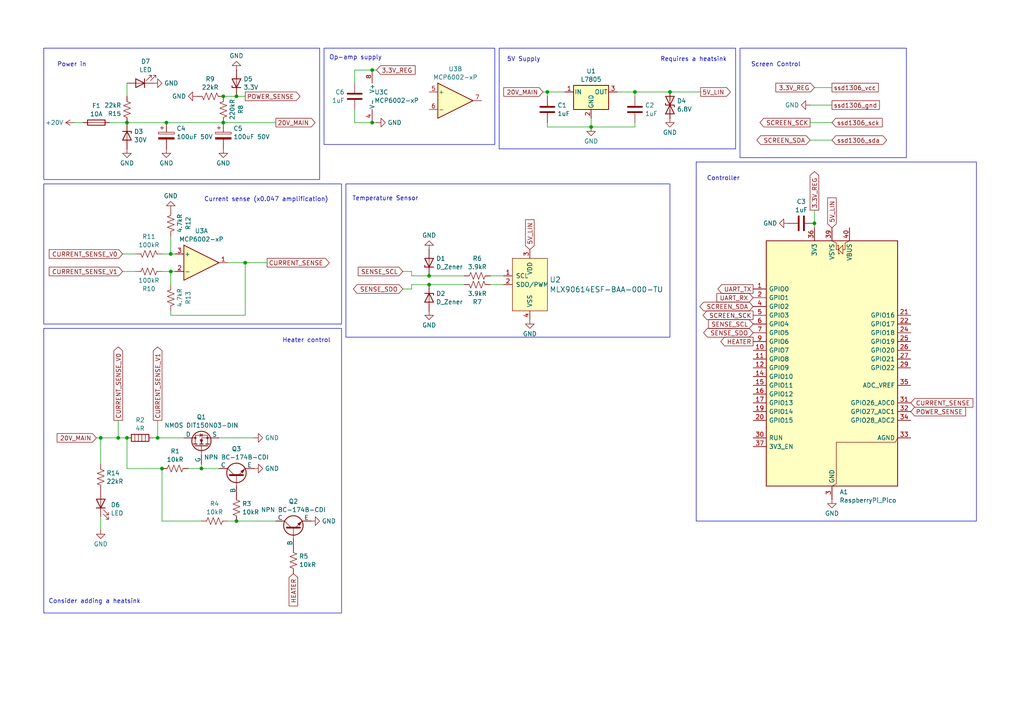
<source format=kicad_sch>
(kicad_sch (version 20231120) (generator "eeschema") (generator_version "8.0")
  (paper "A4")
  (lib_symbols
    (symbol "Amplifier_Operational:MCP6002-xP" (pin_names (offset 0.127))
      (property "Reference" "U" (at 0 5.08 0))
      (property "Value" "MCP6002-xP" (at 0 -5.08 0))
      (symbol "MCP6002-xP_1_1"
        (polyline (pts (xy -5.08 5.08) (xy 5.08 0) (xy -5.08 -5.08) (xy -5.08 5.08)) (stroke (width 0.254)) (fill (type background)))
        (pin output line (at 7.62 0 180) (length 2.54) (name "~") (number "1"))
        (pin input line (at -7.62 -2.54 0) (length 2.54) (name "-") (number "2"))
        (pin input line (at -7.62 2.54 0) (length 2.54) (name "+") (number "3"))
      )
      (symbol "MCP6002-xP_2_1"
        (polyline (pts (xy -5.08 5.08) (xy 5.08 0) (xy -5.08 -5.08) (xy -5.08 5.08)) (stroke (width 0.254)) (fill (type background)))
        (pin input line (at -7.62 2.54 0) (length 2.54) (name "+") (number "5"))
        (pin input line (at -7.62 -2.54 0) (length 2.54) (name "-") (number "6"))
        (pin output line (at 7.62 0 180) (length 2.54) (name "~") (number "7"))
      )
      (symbol "MCP6002-xP_3_1"
        (pin power_in line (at -2.54 -7.62 90) (length 3.81) (name "V-") (number "4"))
        (pin power_in line (at -2.54 7.62 270) (length 3.81) (name "V+") (number "8"))
      )
    )
    (symbol "Device:C" (pin_numbers hide) (pin_names (offset 0.254))
      (property "Reference" "C" (at 0.635 2.54 0))
      (property "Value" "C" (at 0.635 -2.54 0))
      (symbol "C_0_1"
        (polyline (pts (xy -2.032 -0.762) (xy 2.032 -0.762)) (stroke (width 0.508)))
        (polyline (pts (xy -2.032 0.762) (xy 2.032 0.762)) (stroke (width 0.508)))
      )
      (symbol "C_1_1"
        (pin passive line (at 0 3.81 270) (length 2.794) (name "~") (number "1"))
        (pin passive line (at 0 -3.81 90) (length 2.794) (name "~") (number "2"))
      )
    )
    (symbol "Device:C_Polarized" (pin_numbers hide) (pin_names (offset 0.254))
      (property "Reference" "C" (at 0.635 2.54 0))
      (property "Value" "C_Polarized" (at 0.635 -2.54 0))
      (symbol "C_Polarized_0_1"
        (rectangle (start -2.286 0.508) (end 2.286 1.016))
        (polyline (pts (xy -1.778 2.286) (xy -0.762 2.286)))
        (polyline (pts (xy -1.27 2.794) (xy -1.27 1.778)))
        (rectangle (start 2.286 -0.508) (end -2.286 -1.016) (fill (type outline)))
      )
      (symbol "C_Polarized_1_1"
        (pin passive line (at 0 3.81 270) (length 2.794) (name "~") (number "1"))
        (pin passive line (at 0 -3.81 90) (length 2.794) (name "~") (number "2"))
      )
    )
    (symbol "Device:D_TVS" (pin_numbers hide) (pin_names (offset 1.016) hide)
      (property "Reference" "D" (at 0 2.54 0))
      (property "Value" "D_TVS" (at 0 -2.54 0))
      (symbol "D_TVS_0_1"
        (polyline (pts (xy 1.27 0) (xy -1.27 0)))
        (polyline (pts (xy 0.508 1.27) (xy 0 1.27) (xy 0 -1.27) (xy -0.508 -1.27)) (stroke (width 0.254)))
        (polyline (pts (xy -2.54 1.27) (xy -2.54 -1.27) (xy 2.54 1.27) (xy 2.54 -1.27) (xy -2.54 1.27)) (stroke (width 0.254)))
      )
      (symbol "D_TVS_1_1"
        (pin passive line (at -3.81 0 0) (length 2.54) (name "A1") (number "1"))
        (pin passive line (at 3.81 0 180) (length 2.54) (name "A2") (number "2"))
      )
    )
    (symbol "Device:D_Zener" (pin_numbers hide) (pin_names (offset 1.016) hide)
      (property "Reference" "D" (at 0 2.54 0))
      (property "Value" "D_Zener" (at 0 -2.54 0))
      (symbol "D_Zener_0_1"
        (polyline (pts (xy 1.27 0) (xy -1.27 0)))
        (polyline (pts (xy -1.27 -1.27) (xy -1.27 1.27) (xy -0.762 1.27)) (stroke (width 0.254)))
        (polyline (pts (xy 1.27 -1.27) (xy 1.27 1.27) (xy -1.27 0) (xy 1.27 -1.27)) (stroke (width 0.254)))
      )
      (symbol "D_Zener_1_1"
        (pin passive line (at -3.81 0 0) (length 2.54) (name "K") (number "1"))
        (pin passive line (at 3.81 0 180) (length 2.54) (name "A") (number "2"))
      )
    )
    (symbol "Device:Fuse" (pin_numbers hide) (pin_names (offset 0))
      (property "Reference" "F" (at 2.032 0 90))
      (property "Value" "Fuse" (at -1.905 0 90))
      (symbol "Fuse_0_1"
        (rectangle (start -0.762 -2.54) (end 0.762 2.54) (stroke (width 0.254)))
        (polyline (pts (xy 0 2.54) (xy 0 -2.54)))
      )
      (symbol "Fuse_1_1"
        (pin passive line (at 0 3.81 270) (length 1.27) (name "~") (number "1"))
        (pin passive line (at 0 -3.81 90) (length 1.27) (name "~") (number "2"))
      )
    )
    (symbol "Device:Heater" (pin_numbers hide) (pin_names (offset 0))
      (property "Reference" "R" (at 2.032 0 90))
      (property "Value" "Heater" (at -2.032 0 90))
      (symbol "Heater_0_1"
        (rectangle (start -1.016 -2.54) (end 1.016 2.54) (stroke (width 0.254)))
        (polyline (pts (xy -1.016 1.524) (xy 1.016 1.524)))
        (polyline (pts (xy 1.016 -1.524) (xy -1.016 -1.524)))
        (polyline (pts (xy 1.016 -0.508) (xy -1.016 -0.508)))
        (polyline (pts (xy 1.016 0.508) (xy -1.016 0.508)))
      )
      (symbol "Heater_1_1"
        (pin passive line (at 0 3.81 270) (length 1.27) (name "~") (number "1"))
        (pin passive line (at 0 -3.81 90) (length 1.27) (name "~") (number "2"))
      )
    )
    (symbol "Device:LED" (pin_numbers hide) (pin_names (offset 1.016) hide)
      (property "Reference" "D" (at 0 2.54 0))
      (property "Value" "LED" (at 0 -2.54 0))
      (symbol "LED_0_1"
        (polyline (pts (xy -1.27 -1.27) (xy -1.27 1.27)) (stroke (width 0.254)))
        (polyline (pts (xy -1.27 0) (xy 1.27 0)))
        (polyline (pts (xy 1.27 -1.27) (xy 1.27 1.27) (xy -1.27 0) (xy 1.27 -1.27)) (stroke (width 0.254)))
        (polyline (pts (xy -3.048 -0.762) (xy -4.572 -2.286) (xy -3.81 -2.286) (xy -4.572 -2.286) (xy -4.572 -1.524)))
        (polyline (pts (xy -1.778 -0.762) (xy -3.302 -2.286) (xy -2.54 -2.286) (xy -3.302 -2.286) (xy -3.302 -1.524)))
      )
      (symbol "LED_1_1"
        (pin passive line (at -3.81 0 0) (length 2.54) (name "K") (number "1"))
        (pin passive line (at 3.81 0 180) (length 2.54) (name "A") (number "2"))
      )
    )
    (symbol "Device:R_US" (pin_numbers hide) (pin_names (offset 0))
      (property "Reference" "R" (at 2.54 0 90))
      (property "Value" "R_US" (at -2.54 0 90))
      (symbol "R_US_0_1"
        (polyline (pts (xy 0 -2.286) (xy 0 -2.54)))
        (polyline (pts (xy 0 2.286) (xy 0 2.54)))
        (polyline (pts (xy 0 -0.762) (xy 1.016 -1.143) (xy 0 -1.524) (xy -1.016 -1.905) (xy 0 -2.286)))
        (polyline (pts (xy 0 0.762) (xy 1.016 0.381) (xy 0 0) (xy -1.016 -0.381) (xy 0 -0.762)))
        (polyline (pts (xy 0 2.286) (xy 1.016 1.905) (xy 0 1.524) (xy -1.016 1.143) (xy 0 0.762)))
      )
      (symbol "R_US_1_1"
        (pin passive line (at 0 3.81 270) (length 1.27) (name "~") (number "1"))
        (pin passive line (at 0 -3.81 90) (length 1.27) (name "~") (number "2"))
      )
    )
    (symbol "MCU_Module_RaspberryPi_Pico:RaspberryPi_Pico" (pin_names (offset 0.762))
      (property "Reference" "A" (at -19.05 38.1 0))
      (property "Value" "RaspberryPi_Pico" (at 7.62 38.1 0))
      (symbol "RaspberryPi_Pico_0_1"
        (rectangle (start -19.05 36.83) (end 19.05 -34.29) (stroke (width 0.254)) (fill (type background)))
        (polyline (pts (xy 0 36.83) (xy 1.27 36.195) (xy 1.27 34.29) (xy 1.905 34.29)))
        (polyline (pts (xy 1.905 34.29) (xy 3.175 35.56) (xy 3.175 33.02) (xy 1.905 34.29)))
        (polyline (pts (xy 5.08 36.83) (xy 3.81 36.195) (xy 3.81 34.29) (xy 3.175 34.29)))
        (polyline (pts (xy 0 -34.29) (xy 1.27 -33.655) (xy 1.27 -21.59) (xy 18.415 -21.59) (xy 19.05 -20.32)))
        (polyline (pts (xy 1.651 35.306) (xy 1.651 35.56) (xy 1.905 35.56) (xy 1.905 33.02) (xy 2.159 33.02) (xy 2.159 33.274)))
      )
      (symbol "RaspberryPi_Pico_1_1"
        (pin bidirectional line (at -22.86 22.86 0) (length 3.81) (name "GPIO0") (number "1"))
        (pin bidirectional line (at -22.86 5.08 0) (length 3.81) (name "GPIO7") (number "10"))
        (pin bidirectional line (at -22.86 2.54 0) (length 3.81) (name "GPIO8") (number "11"))
        (pin bidirectional line (at -22.86 0 0) (length 3.81) (name "GPIO9") (number "12"))
        (pin passive line (at 0 -38.1 90) (length 3.81) hide (name "GND") (number "13"))
        (pin bidirectional line (at -22.86 -2.54 0) (length 3.81) (name "GPIO10") (number "14"))
        (pin bidirectional line (at -22.86 -5.08 0) (length 3.81) (name "GPIO11") (number "15"))
        (pin bidirectional line (at -22.86 -7.62 0) (length 3.81) (name "GPIO12") (number "16"))
        (pin bidirectional line (at -22.86 -10.16 0) (length 3.81) (name "GPIO13") (number "17"))
        (pin passive line (at 0 -38.1 90) (length 3.81) hide (name "GND") (number "18"))
        (pin bidirectional line (at -22.86 -12.7 0) (length 3.81) (name "GPIO14") (number "19"))
        (pin bidirectional line (at -22.86 20.32 0) (length 3.81) (name "GPIO1") (number "2"))
        (pin bidirectional line (at -22.86 -15.24 0) (length 3.81) (name "GPIO15") (number "20"))
        (pin bidirectional line (at 22.86 15.24 180) (length 3.81) (name "GPIO16") (number "21"))
        (pin bidirectional line (at 22.86 12.7 180) (length 3.81) (name "GPIO17") (number "22"))
        (pin passive line (at 0 -38.1 90) (length 3.81) hide (name "GND") (number "23"))
        (pin bidirectional line (at 22.86 10.16 180) (length 3.81) (name "GPIO18") (number "24"))
        (pin bidirectional line (at 22.86 7.62 180) (length 3.81) (name "GPIO19") (number "25"))
        (pin bidirectional line (at 22.86 5.08 180) (length 3.81) (name "GPIO20") (number "26"))
        (pin bidirectional line (at 22.86 2.54 180) (length 3.81) (name "GPIO21") (number "27"))
        (pin passive line (at 0 -38.1 90) (length 3.81) hide (name "GND") (number "28"))
        (pin bidirectional line (at 22.86 0 180) (length 3.81) (name "GPIO22") (number "29"))
        (pin power_out line (at 0 -38.1 90) (length 3.81) (name "GND") (number "3"))
        (pin input line (at -22.86 -20.32 0) (length 3.81) (name "RUN") (number "30"))
        (pin bidirectional line (at 22.86 -10.16 180) (length 3.81) (name "GPIO26_ADC0") (number "31"))
        (pin bidirectional line (at 22.86 -12.7 180) (length 3.81) (name "GPIO27_ADC1") (number "32"))
        (pin power_out line (at 22.86 -20.32 180) (length 3.81) (name "AGND") (number "33"))
        (pin bidirectional line (at 22.86 -15.24 180) (length 3.81) (name "GPIO28_ADC2") (number "34"))
        (pin power_in line (at 22.86 -5.08 180) (length 3.81) (name "ADC_VREF") (number "35"))
        (pin power_out line (at -5.08 40.64 270) (length 3.81) (name "3V3") (number "36"))
        (pin input line (at -22.86 -22.86 0) (length 3.81) (name "3V3_EN") (number "37"))
        (pin passive line (at 0 -38.1 90) (length 3.81) hide (name "GND") (number "38"))
        (pin power_in line (at 0 40.64 270) (length 3.81) (name "VSYS") (number "39"))
        (pin bidirectional line (at -22.86 17.78 0) (length 3.81) (name "GPIO2") (number "4"))
        (pin power_out line (at 5.08 40.64 270) (length 3.81) (name "VBUS") (number "40"))
        (pin bidirectional line (at -22.86 15.24 0) (length 3.81) (name "GPIO3") (number "5"))
        (pin bidirectional line (at -22.86 12.7 0) (length 3.81) (name "GPIO4") (number "6"))
        (pin bidirectional line (at -22.86 10.16 0) (length 3.81) (name "GPIO5") (number "7"))
        (pin passive line (at 0 -38.1 90) (length 3.81) hide (name "GND") (number "8"))
        (pin bidirectional line (at -22.86 7.62 0) (length 3.81) (name "GPIO6") (number "9"))
      )
    )
    (symbol "Regulator_Linear:L7805" (pin_names (offset 0.254))
      (property "Reference" "U" (at -3.81 3.175 0))
      (property "Value" "L7805" (at 0 3.175 0))
      (symbol "L7805_0_1"
        (rectangle (start -5.08 1.905) (end 5.08 -5.08) (stroke (width 0.254)) (fill (type background)))
      )
      (symbol "L7805_1_1"
        (pin power_in line (at -7.62 0 0) (length 2.54) (name "IN") (number "1"))
        (pin power_in line (at 0 -7.62 90) (length 2.54) (name "GND") (number "2"))
        (pin power_out line (at 7.62 0 180) (length 2.54) (name "OUT") (number "3"))
      )
    )
    (symbol "Simulation_SPICE:NMOS" (pin_numbers hide) (pin_names (offset 0))
      (property "Reference" "Q" (at 5.08 1.27 0))
      (property "Value" "NMOS" (at 5.08 -1.27 0))
      (symbol "NMOS_0_1"
        (polyline (pts (xy 0.254 0) (xy -2.54 0)))
        (polyline (pts (xy 0.254 1.905) (xy 0.254 -1.905)) (stroke (width 0.254)))
        (polyline (pts (xy 0.762 -1.27) (xy 0.762 -2.286)) (stroke (width 0.254)))
        (polyline (pts (xy 0.762 0.508) (xy 0.762 -0.508)) (stroke (width 0.254)))
        (polyline (pts (xy 0.762 2.286) (xy 0.762 1.27)) (stroke (width 0.254)))
        (polyline (pts (xy 2.54 2.54) (xy 2.54 1.778)))
        (polyline (pts (xy 2.54 -2.54) (xy 2.54 0) (xy 0.762 0)))
        (polyline (pts (xy 0.762 -1.778) (xy 3.302 -1.778) (xy 3.302 1.778) (xy 0.762 1.778)))
        (polyline (pts (xy 1.016 0) (xy 2.032 0.381) (xy 2.032 -0.381) (xy 1.016 0)) (fill (type outline)))
        (polyline (pts (xy 2.794 0.508) (xy 2.921 0.381) (xy 3.683 0.381) (xy 3.81 0.254)))
        (polyline (pts (xy 3.302 0.381) (xy 2.921 -0.254) (xy 3.683 -0.254) (xy 3.302 0.381)))
        (circle (center 1.651 0) (radius 2.794) (stroke (width 0.254)))
        (circle (center 2.54 -1.778) (radius 0.254) (fill (type outline)))
        (circle (center 2.54 1.778) (radius 0.254) (fill (type outline)))
      )
      (symbol "NMOS_1_1"
        (pin passive line (at 2.54 5.08 270) (length 2.54) (name "D") (number "1"))
        (pin input line (at -5.08 0 0) (length 2.54) (name "G") (number "2"))
        (pin passive line (at 2.54 -5.08 90) (length 2.54) (name "S") (number "3"))
      )
    )
    (symbol "Simulation_SPICE:NPN" (pin_numbers hide) (pin_names (offset 0))
      (property "Reference" "Q" (at -2.54 7.62 0))
      (property "Value" "NPN" (at -2.54 5.08 0))
      (symbol "NPN_0_1"
        (polyline (pts (xy -2.54 0) (xy 0.635 0)) (stroke (width 0.1524)))
        (polyline (pts (xy 0.635 0.635) (xy 2.54 2.54)))
        (polyline (pts (xy 2.794 -1.27) (xy 2.794 -1.27)) (stroke (width 0.1524)))
        (polyline (pts (xy 2.794 -1.27) (xy 2.794 -1.27)) (stroke (width 0.1524)))
        (polyline (pts (xy 0.635 -0.635) (xy 2.54 -2.54) (xy 2.54 -2.54)))
        (polyline (pts (xy 0.635 1.905) (xy 0.635 -1.905) (xy 0.635 -1.905)) (stroke (width 0.508)))
        (polyline (pts (xy 1.27 -1.778) (xy 1.778 -1.27) (xy 2.286 -2.286) (xy 1.27 -1.778) (xy 1.27 -1.778)) (fill (type outline)))
        (circle (center 1.27 0) (radius 2.8194) (stroke (width 0.254)))
      )
      (symbol "NPN_1_1"
        (pin open_collector line (at 2.54 5.08 270) (length 2.54) (name "C") (number "1"))
        (pin input line (at -5.08 0 0) (length 2.54) (name "B") (number "2"))
        (pin open_emitter line (at 2.54 -5.08 90) (length 2.54) (name "E") (number "3"))
      )
    )
    (symbol "dk_Temperature-Sensors-Analog-and-Digital-Output:MLX90614ESF-BAA-000-TU" (pin_names (offset 1.016))
      (property "Reference" "U" (at -6.35 8.89 0))
      (property "Value" "MLX90614ESF-BAA-000-TU" (at 2.54 -10.16 0))
      (symbol "MLX90614ESF-BAA-000-TU_1_1"
        (rectangle (start -5.08 7.62) (end 5.08 -7.62) (fill (type background)))
        (pin input line (at -7.62 2.54 0) (length 2.54) (name "SCL") (number "1"))
        (pin bidirectional line (at -7.62 0 0) (length 2.54) (name "SDO/PWM") (number "2"))
        (pin power_in line (at 0 10.16 270) (length 2.54) (name "VDD") (number "3"))
        (pin power_in line (at 0 -10.16 90) (length 2.54) (name "VSS") (number "4"))
      )
    )
    (symbol "power:+5V" (power) (pin_numbers hide) (pin_names (offset 0) hide)
      (property "Value" "+5V" (at 0 3.556 0))
      (symbol "+5V_0_1"
        (polyline (pts (xy -0.762 1.27) (xy 0 2.54)))
        (polyline (pts (xy 0 0) (xy 0 2.54)))
        (polyline (pts (xy 0 2.54) (xy 0.762 1.27)))
      )
      (symbol "+5V_1_1"
        (pin power_in line (at 0 0 90) (length 0) (name "~") (number "1"))
      )
    )
    (symbol "power:GND" (power) (pin_numbers hide) (pin_names (offset 0) hide)
      (property "Value" "GND" (at 0 -3.81 0))
      (symbol "GND_0_1"
        (polyline (pts (xy 0 0) (xy 0 -1.27) (xy 1.27 -1.27) (xy 0 -2.54) (xy -1.27 -1.27) (xy 0 -1.27)))
      )
      (symbol "GND_1_1"
        (pin power_in line (at 0 0 270) (length 0) (name "~") (number "1"))
      )
    )
  )
  (junction (at 29.21 127))
  (junction (at 48.26 35.56))
  (junction (at 68.58 151.13))
  (junction (at 158.75 26.67))
  (junction (at 49.53 78.74))
  (junction (at 124.46 80.01))
  (junction (at 45.72 127))
  (junction (at 68.58 27.94))
  (junction (at 71.12 76.2))
  (junction (at 58.42 135.89))
  (junction (at 49.53 73.66))
  (junction (at 64.77 35.56))
  (junction (at 124.46 82.55))
  (junction (at 184.15 26.67))
  (junction (at 64.77 27.94))
  (junction (at 34.29 127))
  (junction (at 194.31 26.67))
  (junction (at 36.83 127))
  (junction (at 171.45 36.83))
  (junction (at 107.95 35.56))
  (junction (at 107.95 20.32))
  (junction (at 36.83 35.56))
  (junction (at 46.99 135.89))
  (junction (at 236.22 64.77))
  (wire (pts (xy 58.42 135.89) (xy 58.42 134.62)))
  (wire (pts (xy 234.95 35.56) (xy 241.3 35.56)))
  (wire (pts (xy 107.95 20.32) (xy 109.22 20.32)))
  (wire (pts (xy 236.22 25.4) (xy 241.3 25.4)))
  (wire (pts (xy 116.84 78.74) (xy 119.38 78.74)))
  (wire (pts (xy 236.22 64.77) (xy 236.22 66.04)))
  (wire (pts (xy 44.45 127) (xy 45.72 127)))
  (wire (pts (xy 171.45 36.83) (xy 184.15 36.83)))
  (wire (pts (xy 124.46 80.01) (xy 134.62 80.01)))
  (wire (pts (xy 36.83 135.89) (xy 36.83 127)))
  (wire (pts (xy 64.77 35.56) (xy 80.01 35.56)))
  (wire (pts (xy 46.99 135.89) (xy 36.83 135.89)))
  (wire (pts (xy 29.21 127) (xy 34.29 127)))
  (wire (pts (xy 36.83 24.13) (xy 36.83 27.94)))
  (wire (pts (xy 49.53 68.58) (xy 49.53 73.66)))
  (wire (pts (xy 48.26 35.56) (xy 64.77 35.56)))
  (wire (pts (xy 45.72 127) (xy 53.34 127)))
  (wire (pts (xy 157.48 26.67) (xy 158.75 26.67)))
  (wire (pts (xy 49.53 73.66) (xy 50.8 73.66)))
  (wire (pts (xy 29.21 127) (xy 29.21 134.62)))
  (wire (pts (xy 107.95 35.56) (xy 102.87 35.56)))
  (wire (pts (xy 102.87 20.32) (xy 107.95 20.32)))
  (wire (pts (xy 124.46 82.55) (xy 134.62 82.55)))
  (wire (pts (xy 35.56 73.66) (xy 39.37 73.66)))
  (wire (pts (xy 49.53 90.17) (xy 49.53 91.44)))
  (wire (pts (xy 63.5 127) (xy 73.66 127)))
  (wire (pts (xy 34.29 127) (xy 36.83 127)))
  (wire (pts (xy 171.45 34.29) (xy 171.45 36.83)))
  (wire (pts (xy 158.75 36.83) (xy 171.45 36.83)))
  (wire (pts (xy 116.84 83.82) (xy 119.38 83.82)))
  (wire (pts (xy 184.15 27.94) (xy 184.15 26.67)))
  (wire (pts (xy 29.21 149.86) (xy 29.21 153.67)))
  (wire (pts (xy 71.12 91.44) (xy 71.12 76.2)))
  (wire (pts (xy 68.58 27.94) (xy 71.12 27.94)))
  (wire (pts (xy 31.75 35.56) (xy 36.83 35.56)))
  (wire (pts (xy 49.53 78.74) (xy 50.8 78.74)))
  (wire (pts (xy 102.87 20.32) (xy 102.87 24.13)))
  (wire (pts (xy 119.38 82.55) (xy 124.46 82.55)))
  (wire (pts (xy 21.59 35.56) (xy 24.13 35.56)))
  (wire (pts (xy 49.53 78.74) (xy 49.53 82.55)))
  (wire (pts (xy 234.95 30.48) (xy 241.3 30.48)))
  (wire (pts (xy 234.95 40.64) (xy 241.3 40.64)))
  (wire (pts (xy 34.29 121.92) (xy 34.29 127)))
  (wire (pts (xy 194.31 26.67) (xy 184.15 26.67)))
  (wire (pts (xy 68.58 151.13) (xy 80.01 151.13)))
  (wire (pts (xy 58.42 151.13) (xy 46.99 151.13)))
  (wire (pts (xy 102.87 31.75) (xy 102.87 35.56)))
  (wire (pts (xy 71.12 76.2) (xy 66.04 76.2)))
  (wire (pts (xy 36.83 35.56) (xy 48.26 35.56)))
  (wire (pts (xy 71.12 76.2) (xy 77.47 76.2)))
  (wire (pts (xy 158.75 26.67) (xy 163.83 26.67)))
  (wire (pts (xy 236.22 60.96) (xy 236.22 64.77)))
  (wire (pts (xy 49.53 91.44) (xy 71.12 91.44)))
  (wire (pts (xy 54.61 135.89) (xy 58.42 135.89)))
  (wire (pts (xy 46.99 73.66) (xy 49.53 73.66)))
  (wire (pts (xy 158.75 35.56) (xy 158.75 36.83)))
  (wire (pts (xy 194.31 26.67) (xy 203.2 26.67)))
  (wire (pts (xy 35.56 78.74) (xy 39.37 78.74)))
  (wire (pts (xy 142.24 80.01) (xy 146.05 80.01)))
  (wire (pts (xy 158.75 27.94) (xy 158.75 26.67)))
  (wire (pts (xy 119.38 80.01) (xy 124.46 80.01)))
  (wire (pts (xy 119.38 83.82) (xy 119.38 82.55)))
  (wire (pts (xy 46.99 151.13) (xy 46.99 135.89)))
  (wire (pts (xy 184.15 35.56) (xy 184.15 36.83)))
  (wire (pts (xy 66.04 151.13) (xy 68.58 151.13)))
  (wire (pts (xy 46.99 78.74) (xy 49.53 78.74)))
  (wire (pts (xy 179.07 26.67) (xy 184.15 26.67)))
  (wire (pts (xy 142.24 82.55) (xy 146.05 82.55)))
  (wire (pts (xy 63.5 135.89) (xy 58.42 135.89)))
  (wire (pts (xy 109.22 35.56) (xy 107.95 35.56)))
  (wire (pts (xy 119.38 78.74) (xy 119.38 80.01)))
  (wire (pts (xy 64.77 27.94) (xy 68.58 27.94)))
  (wire (pts (xy 27.94 127) (xy 29.21 127)))
  (wire (pts (xy 45.72 121.92) (xy 45.72 127)))
  (rectangle (start 12.7 53.34) (end 99.06 93.98))
  (rectangle (start 144.78 13.97) (end 213.36 43.18))
  (rectangle (start 12.7 13.97) (end 92.71 52.07))
  (rectangle (start 214.63 13.97) (end 262.89 45.72))
  (rectangle (start 100.33 53.34) (end 194.31 97.79))
  (rectangle (start 93.98 13.97) (end 143.51 41.91))
  (rectangle (start 201.93 46.99) (end 283.21 151.13))
  (rectangle (start 12.7 95.25) (end 99.06 177.8))
  (text "Heater control" (at 88.9 98.806 0) (effects (font (size 1.27 1.27))))
  (text "Screen Control" (at 225.044 18.796 0) (effects (font (size 1.27 1.27))))
  (text "Consider adding a heatsink" (at 27.432 174.498 0) (effects (font (size 1.27 1.27))))
  (text "Temperature Sensor" (at 111.76 57.658 0) (effects (font (size 1.27 1.27))))
  (text "Current sense (x0.047 amplification)" (at 77.216 57.912 0) (effects (font (size 1.27 1.27))))
  (text "Controller" (at 209.804 51.816 0) (effects (font (size 1.27 1.27))))
  (text "Requires a heatsink" (at 201.168 17.272 0) (effects (font (size 1.27 1.27))))
  (text "5V Supply" (at 151.892 17.272 0) (effects (font (size 1.27 1.27))))
  (text "Power in" (at 20.828 18.796 0) (effects (font (size 1.27 1.27))))
  (text "Op-amp supply" (at 103.124 16.764 0) (effects (font (size 1.27 1.27))))
  (global_label "UART_RX" (shape input) (at 218.44 86.36 180) (property "Intersheetrefs" "${INTERSHEET_REFS}" (effects (hide yes))))
  (global_label "5V_LIN" (shape input) (at 241.3 66.04 90) (property "Intersheetrefs" "${INTERSHEET_REFS}" (effects (hide yes))))
  (global_label "20V_MAIN" (shape input) (at 27.94 127 180) (property "Intersheetrefs" "${INTERSHEET_REFS}" (effects (hide yes))))
  (global_label "CURRENT_SENSE_V0" (shape output) (at 34.29 121.92 90) (property "Intersheetrefs" "${INTERSHEET_REFS}" (effects (hide yes))))
  (global_label "SENSE_SCL" (shape input) (at 218.44 93.98 180) (property "Intersheetrefs" "${INTERSHEET_REFS}" (effects (hide yes))))
  (global_label "SENSE_SDO" (shape bidirectional) (at 218.44 96.52 180) (property "Intersheetrefs" "${INTERSHEET_REFS}" (effects (hide yes))))
  (global_label "CURRENT_SENSE" (shape input) (at 264.16 116.84 0) (property "Intersheetrefs" "${INTERSHEET_REFS}" (effects (hide yes))))
  (global_label "3.3V_REG" (shape input) (at 236.22 25.4 180) (property "Intersheetrefs" "${INTERSHEET_REFS}" (effects (hide yes))))
  (global_label "CURRENT_SENSE_V1" (shape output) (at 45.72 121.92 90) (property "Intersheetrefs" "${INTERSHEET_REFS}" (effects (hide yes))))
  (global_label "POWER_SENSE" (shape input) (at 264.16 119.38 0) (property "Intersheetrefs" "${INTERSHEET_REFS}" (effects (hide yes))))
  (global_label "HEATER" (shape output) (at 218.44 99.06 180) (property "Intersheetrefs" "${INTERSHEET_REFS}" (effects (hide yes))))
  (global_label "UART_TX" (shape output) (at 218.44 83.82 180) (property "Intersheetrefs" "${INTERSHEET_REFS}" (effects (hide yes))))
  (global_label "POWER_SENSE" (shape output) (at 71.12 27.94 0) (property "Intersheetrefs" "${INTERSHEET_REFS}" (effects (hide yes))))
  (global_label "ssd1306_gnd" (shape passive) (at 241.3 30.48 0) (property "Intersheetrefs" "${INTERSHEET_REFS}" (effects (hide yes))))
  (global_label "SCREEN_SDA" (shape bidirectional) (at 234.95 40.64 180) (property "Intersheetrefs" "${INTERSHEET_REFS}" (effects (hide yes))))
  (global_label "SENSE_SDO" (shape bidirectional) (at 116.84 83.82 180) (property "Intersheetrefs" "${INTERSHEET_REFS}" (effects (hide yes))))
  (global_label "ssd1306_sda" (shape bidirectional) (at 241.3 40.64 0) (property "Intersheetrefs" "${INTERSHEET_REFS}" (effects (hide yes))))
  (global_label "SCREEN_SDA" (shape bidirectional) (at 218.44 88.9 180) (property "Intersheetrefs" "${INTERSHEET_REFS}" (effects (hide yes))))
  (global_label "5V_LIN" (shape output) (at 203.2 26.67 0) (property "Intersheetrefs" "${INTERSHEET_REFS}" (effects (hide yes))))
  (global_label "3.3V_REG" (shape input) (at 109.22 20.32 0) (property "Intersheetrefs" "${INTERSHEET_REFS}" (effects (hide yes))))
  (global_label "SCREEN_SCK" (shape output) (at 234.95 35.56 180) (property "Intersheetrefs" "${INTERSHEET_REFS}" (effects (hide yes))))
  (global_label "SENSE_SCL" (shape input) (at 116.84 78.74 180) (property "Intersheetrefs" "${INTERSHEET_REFS}" (effects (hide yes))))
  (global_label "CURRENT_SENSE_V1" (shape input) (at 35.56 78.74 180) (property "Intersheetrefs" "${INTERSHEET_REFS}" (effects (hide yes))))
  (global_label "CURRENT_SENSE_V0" (shape input) (at 35.56 73.66 180) (property "Intersheetrefs" "${INTERSHEET_REFS}" (effects (hide yes))))
  (global_label "5V_LIN" (shape input) (at 153.67 72.39 90) (property "Intersheetrefs" "${INTERSHEET_REFS}" (effects (hide yes))))
  (global_label "3.3V_REG" (shape output) (at 236.22 60.96 90) (property "Intersheetrefs" "${INTERSHEET_REFS}" (effects (hide yes))))
  (global_label "ssd1306_sck" (shape input) (at 241.3 35.56 0) (property "Intersheetrefs" "${INTERSHEET_REFS}" (effects (hide yes))))
  (global_label "20V_MAIN" (shape input) (at 157.48 26.67 180) (property "Intersheetrefs" "${INTERSHEET_REFS}" (effects (hide yes))))
  (global_label "20V_MAIN" (shape output) (at 80.01 35.56 0) (property "Intersheetrefs" "${INTERSHEET_REFS}" (effects (hide yes))))
  (global_label "ssd1306_vcc" (shape passive) (at 241.3 25.4 0) (property "Intersheetrefs" "${INTERSHEET_REFS}" (effects (hide yes))))
  (global_label "CURRENT_SENSE" (shape output) (at 77.47 76.2 0) (property "Intersheetrefs" "${INTERSHEET_REFS}" (effects (hide yes))))
  (global_label "SCREEN_SCK" (shape output) (at 218.44 91.44 180) (property "Intersheetrefs" "${INTERSHEET_REFS}" (effects (hide yes))))
  (global_label "HEATER" (shape input) (at 85.09 166.37 270) (property "Intersheetrefs" "${INTERSHEET_REFS}" (effects (hide yes))))
  (symbol (lib_id "power:GND") (at 68.58 20.32 180) (unit 1)
    (property "Reference" "#PWR017" (effects (hide yes)))
    (property "Value" "GND" (at 68.58 16.1869 0))
    (property "Description" "Power symbol creates a global label with name \"GND\" , ground" (effects (hide yes)))
  )
  (symbol (lib_id "Simulation_SPICE:NPN") (at 85.09 153.67 90) (unit 1)
    (property "Reference" "Q2" (at 85.09 145.4361 90))
    (property "Value" "NPN BC-174B-CDI" (at 85.09 147.8604 90))
    (property "Datasheet" "https://ngspice.sourceforge.io/docs/ngspice-html-manual/manual.xhtml#cha_BJTs" (effects (hide yes)))
    (property "Description" "Bipolar transistor symbol for simulation only, substrate tied to the emitter" (effects (hide yes)))
    (property "Sim.Device" "NPN" (effects (hide yes)))
    (property "Sim.Type" "GUMMELPOON" (effects (hide yes)))
    (property "Sim.Pins" "1=C 2=B 3=E" (effects (hide yes)))
  )
  (symbol (lib_id "Device:D_Zener") (at 124.46 86.36 270) (unit 1)
    (property "Reference" "D2" (at 126.492 85.1478 90) (effects (justify left)))
    (property "Value" "D_Zener" (at 126.492 87.5721 90) (effects (justify left)))
    (property "Description" "Zener diode" (effects (hide yes)))
  )
  (symbol (lib_id "power:GND") (at 48.26 43.18 0) (unit 1)
    (property "Reference" "#PWR02" (effects (hide yes)))
    (property "Value" "GND" (at 48.26 47.3131 0))
    (property "Description" "Power symbol creates a global label with name \"GND\" , ground" (effects (hide yes)))
  )
  (symbol (lib_id "Amplifier_Operational:MCP6002-xP") (at 132.08 29.21 0) (unit 2)
    (property "Reference" "U3" (at 132.08 19.9855 0))
    (property "Value" "MCP6002-xP" (at 132.08 22.4098 0))
    (property "Datasheet" "http://ww1.microchip.com/downloads/en/DeviceDoc/21733j.pdf" (effects (hide yes)))
    (property "Description" "1MHz, Low-Power Op Amp, DIP-8" (effects (hide yes)))
  )
  (symbol (lib_id "Device:C_Polarized") (at 64.77 39.37 0) (unit 1)
    (property "Reference" "C5" (at 67.691 37.2688 0) (effects (justify left)))
    (property "Value" "100uF 50V" (at 67.691 39.6931 0) (effects (justify left)))
    (property "Description" "Polarized capacitor" (effects (hide yes)))
  )
  (symbol (lib_id "power:GND") (at 57.15 27.94 270) (unit 1)
    (property "Reference" "#PWR016" (effects (hide yes)))
    (property "Value" "GND" (at 53.9751 27.94 90) (effects (justify right)))
    (property "Description" "Power symbol creates a global label with name \"GND\" , ground" (effects (hide yes)))
  )
  (symbol (lib_id "power:GND") (at 36.83 43.18 0) (unit 1)
    (property "Reference" "#PWR012" (effects (hide yes)))
    (property "Value" "GND" (at 36.83 47.3131 0))
    (property "Description" "Power symbol creates a global label with name \"GND\" , ground" (effects (hide yes)))
  )
  (symbol (lib_id "Device:R_US") (at 50.8 135.89 90) (unit 1)
    (property "Reference" "R1" (at 50.8 130.8565 90))
    (property "Value" "10kR" (at 50.8 133.2808 90))
    (property "Description" "Resistor, US symbol" (effects (hide yes)))
  )
  (symbol (lib_id "Device:R_US") (at 43.18 78.74 270) (unit 1)
    (property "Reference" "R10" (at 43.18 83.7735 90))
    (property "Value" "100kR" (at 43.18 81.3492 90))
    (property "Description" "Resistor, US symbol" (effects (hide yes)))
  )
  (symbol (lib_id "Device:D_Zener") (at 36.83 39.37 270) (unit 1)
    (property "Reference" "D3" (at 38.862 38.1578 90) (effects (justify left)))
    (property "Value" "30V" (at 38.862 40.5821 90) (effects (justify left)))
    (property "Description" "Zener diode" (effects (hide yes)))
  )
  (symbol (lib_id "Device:C_Polarized") (at 48.26 39.37 0) (unit 1)
    (property "Reference" "C4" (at 51.181 37.2688 0) (effects (justify left)))
    (property "Value" "100uF 50V" (at 51.181 39.6931 0) (effects (justify left)))
    (property "Description" "Polarized capacitor" (effects (hide yes)))
  )
  (symbol (lib_id "power:GND") (at 49.53 60.96 180) (unit 1)
    (property "Reference" "#PWR019" (effects (hide yes)))
    (property "Value" "GND" (at 49.53 56.8269 0))
    (property "Description" "Power symbol creates a global label with name \"GND\" , ground" (effects (hide yes)))
  )
  (symbol (lib_id "power:GND") (at 124.46 72.39 180) (unit 1)
    (property "Reference" "#PWR09" (effects (hide yes)))
    (property "Value" "GND" (at 124.46 68.2569 0))
    (property "Description" "Power symbol creates a global label with name \"GND\" , ground" (effects (hide yes)))
  )
  (symbol (lib_id "Device:R_US") (at 29.21 138.43 180) (unit 1)
    (property "Reference" "R14" (at 30.861 137.2178 0) (effects (justify right)))
    (property "Value" "22kR" (at 30.861 139.6421 0) (effects (justify right)))
    (property "Description" "Resistor, US symbol" (effects (hide yes)))
  )
  (symbol (lib_id "Device:LED") (at 29.21 146.05 90) (unit 1)
    (property "Reference" "D6" (at 32.131 146.4253 90) (effects (justify right)))
    (property "Value" "LED" (at 32.131 148.8496 90) (effects (justify right)))
    (property "Description" "Light emitting diode" (effects (hide yes)))
  )
  (symbol (lib_id "power:GND") (at 29.21 153.67 0) (unit 1)
    (property "Reference" "#PWR020" (effects (hide yes)))
    (property "Value" "GND" (at 29.21 157.8031 0))
    (property "Description" "Power symbol creates a global label with name \"GND\" , ground" (effects (hide yes)))
  )
  (symbol (lib_id "power:GND") (at 228.6 64.77 270) (unit 1)
    (property "Reference" "#PWR014" (effects (hide yes)))
    (property "Value" "GND" (at 225.4251 64.77 90) (effects (justify right)))
    (property "Description" "Power symbol creates a global label with name \"GND\" , ground" (effects (hide yes)))
  )
  (symbol (lib_id "Device:LED") (at 40.64 24.13 180) (unit 1)
    (property "Reference" "D7" (at 42.2275 17.8265 0))
    (property "Value" "LED" (at 42.2275 20.2508 0))
    (property "Description" "Light emitting diode" (effects (hide yes)))
  )
  (symbol (lib_id "Device:R_US") (at 49.53 64.77 0) (mirror x) (unit 1)
    (property "Reference" "R12" (at 54.5635 64.77 90))
    (property "Value" "4.7kR" (at 52.1392 64.77 90))
    (property "Description" "Resistor, US symbol" (effects (hide yes)))
  )
  (symbol (lib_id "power:GND") (at 73.66 135.89 90) (unit 1)
    (property "Reference" "#PWR01" (effects (hide yes)))
    (property "Value" "GND" (at 76.835 135.89 90) (effects (justify right)))
    (property "Description" "Power symbol creates a global label with name \"GND\" , ground" (effects (hide yes)))
  )
  (symbol (lib_id "power:GND") (at 234.95 30.48 270) (unit 1)
    (property "Reference" "#PWR010" (effects (hide yes)))
    (property "Value" "GND" (at 231.7751 30.48 90) (effects (justify right)))
    (property "Description" "Power symbol creates a global label with name \"GND\" , ground" (effects (hide yes)))
  )
  (symbol (lib_id "Device:Fuse") (at 27.94 35.56 90) (unit 1)
    (property "Reference" "F1" (at 27.94 30.6535 90))
    (property "Value" "10A" (at 27.94 33.0778 90))
    (property "Description" "Fuse" (effects (hide yes)))
  )
  (symbol (lib_id "Device:C") (at 232.41 64.77 90) (unit 1)
    (property "Reference" "C3" (at 232.41 58.4665 90))
    (property "Value" "1uF" (at 232.41 60.8908 90))
    (property "Description" "Unpolarized capacitor" (effects (hide yes)))
  )
  (symbol (lib_id "Device:R_US") (at 49.53 86.36 0) (mirror x) (unit 1)
    (property "Reference" "R13" (at 54.5635 86.36 90))
    (property "Value" "4.7kR" (at 52.1392 86.36 90))
    (property "Description" "Resistor, US symbol" (effects (hide yes)))
  )
  (symbol (lib_id "power:GND") (at 153.67 92.71 0) (unit 1)
    (property "Reference" "#PWR07" (effects (hide yes)))
    (property "Value" "GND" (at 153.67 96.8431 0))
    (property "Description" "Power symbol creates a global label with name \"GND\" , ground" (effects (hide yes)))
  )
  (symbol (lib_id "Device:R_US") (at 36.83 31.75 0) (unit 1)
    (property "Reference" "R15" (at 35.179 32.9622 0) (effects (justify right)))
    (property "Value" "22kR" (at 35.179 30.5379 0) (effects (justify right)))
    (property "Description" "Resistor, US symbol" (effects (hide yes)))
  )
  (symbol (lib_id "Device:R_US") (at 85.09 162.56 180) (unit 1)
    (property "Reference" "R5" (at 86.741 161.3478 0) (effects (justify right)))
    (property "Value" "10kR" (at 86.741 163.7721 0) (effects (justify right)))
    (property "Description" "Resistor, US symbol" (effects (hide yes)))
  )
  (symbol (lib_id "power:GND") (at 194.31 34.29 0) (unit 1)
    (property "Reference" "#PWR013" (effects (hide yes)))
    (property "Value" "GND" (at 194.31 38.4231 0))
    (property "Description" "Power symbol creates a global label with name \"GND\" , ground" (effects (hide yes)))
  )
  (symbol (lib_id "Device:Heater") (at 40.64 127 90) (unit 1)
    (property "Reference" "R2" (at 40.64 121.8395 90))
    (property "Value" "4R" (at 40.64 124.2638 90))
    (property "Description" "Resistive heater" (effects (hide yes)))
  )
  (symbol (lib_id "Device:R_US") (at 43.18 73.66 270) (mirror x) (unit 1)
    (property "Reference" "R11" (at 43.18 68.6265 90))
    (property "Value" "100kR" (at 43.18 71.0508 90))
    (property "Description" "Resistor, US symbol" (effects (hide yes)))
  )
  (symbol (lib_id "power:GND") (at 73.66 127 90) (unit 1)
    (property "Reference" "#PWR04" (effects (hide yes)))
    (property "Value" "GND" (at 76.835 127 90) (effects (justify right)))
    (property "Description" "Power symbol creates a global label with name \"GND\" , ground" (effects (hide yes)))
  )
  (symbol (lib_id "power:GND") (at 90.17 151.13 90) (unit 1)
    (property "Reference" "#PWR03" (effects (hide yes)))
    (property "Value" "GND" (at 93.345 151.13 90) (effects (justify right)))
    (property "Description" "Power symbol creates a global label with name \"GND\" , ground" (effects (hide yes)))
  )
  (symbol (lib_id "power:GND") (at 64.77 43.18 0) (unit 1)
    (property "Reference" "#PWR05" (effects (hide yes)))
    (property "Value" "GND" (at 64.77 47.3131 0))
    (property "Description" "Power symbol creates a global label with name \"GND\" , ground" (effects (hide yes)))
  )
  (symbol (lib_id "Device:C") (at 158.75 31.75 0) (unit 1)
    (property "Reference" "C1" (at 161.671 30.5378 0) (effects (justify left)))
    (property "Value" "1uF" (at 161.671 32.9621 0) (effects (justify left)))
    (property "Description" "Unpolarized capacitor" (effects (hide yes)))
  )
  (symbol (lib_id "Amplifier_Operational:MCP6002-xP") (at 110.49 27.94 0) (unit 3)
    (property "Reference" "U3" (at 108.585 26.7278 0) (effects (justify left)))
    (property "Value" "MCP6002-xP" (at 108.585 29.1521 0) (effects (justify left)))
    (property "Datasheet" "http://ww1.microchip.com/downloads/en/DeviceDoc/21733j.pdf" (effects (hide yes)))
    (property "Description" "1MHz, Low-Power Op Amp, DIP-8" (effects (hide yes)))
  )
  (symbol (lib_id "Device:R_US") (at 60.96 27.94 270) (mirror x) (unit 1)
    (property "Reference" "R9" (at 60.96 22.9065 90))
    (property "Value" "22kR" (at 60.96 25.3308 90))
    (property "Description" "Resistor, US symbol" (effects (hide yes)))
  )
  (symbol (lib_id "Device:C") (at 184.15 31.75 0) (unit 1)
    (property "Reference" "C2" (at 187.071 30.5378 0) (effects (justify left)))
    (property "Value" "1uF" (at 187.071 32.9621 0) (effects (justify left)))
    (property "Description" "Unpolarized capacitor" (effects (hide yes)))
  )
  (symbol (lib_id "Device:R_US") (at 138.43 80.01 90) (unit 1)
    (property "Reference" "R6" (at 138.43 74.9765 90))
    (property "Value" "3.9kR" (at 138.43 77.4008 90))
    (property "Description" "Resistor, US symbol" (effects (hide yes)))
  )
  (symbol (lib_id "Device:D_TVS") (at 194.31 30.48 90) (unit 1)
    (property "Reference" "D4" (at 196.342 29.2678 90) (effects (justify right)))
    (property "Value" "6.8V" (at 196.342 31.6921 90) (effects (justify right)))
    (property "Description" "Bidirectional transient-voltage-suppression diode" (effects (hide yes)))
  )
  (symbol (lib_id "power:GND") (at 44.45 24.13 90) (unit 1)
    (property "Reference" "#PWR021" (effects (hide yes)))
    (property "Value" "GND" (at 47.625 24.13 90) (effects (justify right)))
    (property "Description" "Power symbol creates a global label with name \"GND\" , ground" (effects (hide yes)))
  )
  (symbol (lib_id "dk_Temperature-Sensors-Analog-and-Digital-Output:MLX90614ESF-BAA-000-TU") (at 153.67 82.55 0) (unit 1)
    (property "Reference" "U2" (at 159.385 81.1335 0) (effects (font (size 1.524 1.524)) (justify left)))
    (property "Value" "MLX90614ESF-BAA-000-TU" (at 159.385 83.9664 0) (effects (font (size 1.524 1.524)) (justify left)))
    (property "Footprint" "digikey-footprints:TO-39-4" (effects (hide yes)))
    (property "Datasheet" "https://www.melexis.com/-/media/files/documents/datasheets/mlx90614-datasheet-melexis.pdf" (effects (hide yes)))
    (property "Description" "SENSOR DGTL -40C-85C TO39" (effects (hide yes)))
    (property "Digi-Key_PN" "MLX90614ESF-BAA-000-TU-ND" (effects (hide yes)))
    (property "MPN" "MLX90614ESF-BAA-000-TU" (effects (hide yes)))
    (property "Category" "Sensors, Transducers" (effects (hide yes)))
    (property "Family" "Temperature Sensors - Analog and Digital Output" (effects (hide yes)))
    (property "DK_Datasheet_Link" "https://www.melexis.com/-/media/files/documents/datasheets/mlx90614-datasheet-melexis.pdf" (effects (hide yes)))
    (property "DK_Detail_Page" "/product-detail/en/melexis-technologies-nv/MLX90614ESF-BAA-000-TU/MLX90614ESF-BAA-000-TU-ND/1647941" (effects (hide yes)))
    (property "Description_1" "SENSOR DGTL -40C-85C TO39" (effects (hide yes)))
    (property "Manufacturer" "Melexis Technologies NV" (effects (hide yes)))
    (property "Status" "Active" (effects (hide yes)))
  )
  (symbol (lib_id "power:GND") (at 124.46 90.17 0) (unit 1)
    (property "Reference" "#PWR08" (effects (hide yes)))
    (property "Value" "GND" (at 124.46 94.3031 0))
    (property "Description" "Power symbol creates a global label with name \"GND\" , ground" (effects (hide yes)))
  )
  (symbol (lib_id "Amplifier_Operational:MCP6002-xP") (at 58.42 76.2 0) (unit 1)
    (property "Reference" "U3" (at 58.42 66.9755 0))
    (property "Value" "MCP6002-xP" (at 58.42 69.3998 0))
    (property "Datasheet" "http://ww1.microchip.com/downloads/en/DeviceDoc/21733j.pdf" (effects (hide yes)))
    (property "Description" "1MHz, Low-Power Op Amp, DIP-8" (effects (hide yes)))
  )
  (symbol (lib_id "Device:D_Zener") (at 68.58 24.13 90) (unit 1)
    (property "Reference" "D5" (at 70.612 22.9178 90) (effects (justify right)))
    (property "Value" "3.3V" (at 70.612 25.3421 90) (effects (justify right)))
    (property "Description" "Zener diode" (effects (hide yes)))
  )
  (symbol (lib_id "Device:R_US") (at 62.23 151.13 90) (unit 1)
    (property "Reference" "R4" (at 62.23 146.0965 90))
    (property "Value" "10kR" (at 62.23 148.5208 90))
    (property "Description" "Resistor, US symbol" (effects (hide yes)))
  )
  (symbol (lib_id "MCU_Module_RaspberryPi_Pico:RaspberryPi_Pico") (at 241.3 106.68 0) (unit 1)
    (property "Reference" "A1" (at 243.4941 142.6901 0) (effects (justify left)))
    (property "Value" "RaspberryPi_Pico" (at 243.4941 145.1144 0) (effects (justify left)))
    (property "Footprint" "Module_RaspberryPi_Pico:RaspberryPi_Pico_Common" (effects (hide yes)))
    (property "Datasheet" "https://datasheets.raspberrypi.com/pico/pico-datasheet.pdf" (effects (hide yes)))
    (property "Description" "Versatile and inexpensive microcontroller module powered by RP2040 dual-core Arm Cortex-M0+ processor up to 133 MHz, 264kB SRAM, 2MB QSPI flash" (effects (hide yes)))
  )
  (symbol (lib_id "power:+5V") (at 21.59 35.56 90) (unit 1)
    (property "Reference" "#PWR011" (effects (hide yes)))
    (property "Value" "+20V" (at 18.415 35.56 90) (effects (justify left)))
    (property "Description" "Power symbol creates a global label with name \"+5V\"" (effects (hide yes)))
  )
  (symbol (lib_id "Device:R_US") (at 64.77 31.75 0) (mirror x) (unit 1)
    (property "Reference" "R8" (at 69.8035 31.75 90))
    (property "Value" "220kR" (at 67.3792 31.75 90))
    (property "Description" "Resistor, US symbol" (effects (hide yes)))
  )
  (symbol (lib_id "Regulator_Linear:L7805") (at 171.45 26.67 0) (unit 1)
    (property "Reference" "U1" (at 171.45 20.6205 0))
    (property "Value" "L7805" (at 171.45 23.0448 0))
    (property "Datasheet" "http://www.st.com/content/ccc/resource/technical/document/datasheet/41/4f/b3/b0/12/d4/47/88/CD00000444.pdf/files/CD00000444.pdf/jcr:content/translations/en.CD00000444.pdf" (effects (hide yes)))
    (property "Description" "Positive 1.5A 35V Linear Regulator, Fixed Output 5V, TO-220/TO-263/TO-252" (effects (hide yes)))
  )
  (symbol (lib_id "Simulation_SPICE:NPN") (at 68.58 138.43 90) (unit 1)
    (property "Reference" "Q3" (at 68.58 130.1961 90))
    (property "Value" "NPN BC-174B-CDI" (at 68.58 132.6204 90))
    (property "Datasheet" "https://ngspice.sourceforge.io/docs/ngspice-html-manual/manual.xhtml#cha_BJTs" (effects (hide yes)))
    (property "Description" "Bipolar transistor symbol for simulation only, substrate tied to the emitter" (effects (hide yes)))
    (property "Sim.Device" "NPN" (effects (hide yes)))
    (property "Sim.Type" "GUMMELPOON" (effects (hide yes)))
    (property "Sim.Pins" "1=C 2=B 3=E" (effects (hide yes)))
  )
  (symbol (lib_id "power:GND") (at 241.3 144.78 0) (unit 1)
    (property "Reference" "#PWR015" (effects (hide yes)))
    (property "Value" "GND" (at 241.3 148.9131 0))
    (property "Description" "Power symbol creates a global label with name \"GND\" , ground" (effects (hide yes)))
  )
  (symbol (lib_id "power:GND") (at 171.45 36.83 0) (unit 1)
    (property "Reference" "#PWR06" (effects (hide yes)))
    (property "Value" "GND" (at 171.45 40.9631 0))
    (property "Description" "Power symbol creates a global label with name \"GND\" , ground" (effects (hide yes)))
  )
  (symbol (lib_id "Device:R_US") (at 68.58 147.32 0) (unit 1)
    (property "Reference" "R3" (at 70.231 146.1078 0) (effects (justify left)))
    (property "Value" "10kR" (at 70.231 148.5321 0) (effects (justify left)))
    (property "Description" "Resistor, US symbol" (effects (hide yes)))
  )
  (symbol (lib_id "Device:C") (at 102.87 27.94 0) (mirror y) (unit 1)
    (property "Reference" "C6" (at 99.949 26.7278 0) (effects (justify left)))
    (property "Value" "1uF" (at 99.949 29.1521 0) (effects (justify left)))
    (property "Description" "Unpolarized capacitor" (effects (hide yes)))
  )
  (symbol (lib_id "Device:R_US") (at 138.43 82.55 90) (mirror x) (unit 1)
    (property "Reference" "R7" (at 138.43 87.5835 90))
    (property "Value" "3.9kR" (at 138.43 85.1592 90))
    (property "Description" "Resistor, US symbol" (effects (hide yes)))
  )
  (symbol (lib_id "Simulation_SPICE:NMOS") (at 58.42 129.54 90) (unit 1)
    (property "Reference" "Q1" (at 58.42 120.9505 90))
    (property "Value" "NMOS DIT150N03-DIN" (at 58.42 123.3748 90))
    (property "Datasheet" "https://ngspice.sourceforge.io/docs/ngspice-html-manual/manual.xhtml#cha_MOSFETs" (effects (hide yes)))
    (property "Description" "N-MOSFET transistor, drain/source/gate" (effects (hide yes)))
    (property "Sim.Device" "NMOS" (effects (hide yes)))
    (property "Sim.Type" "VDMOS" (effects (hide yes)))
    (property "Sim.Pins" "1=D 2=G 3=S" (effects (hide yes)))
  )
  (symbol (lib_id "power:GND") (at 109.22 35.56 90) (unit 1)
    (property "Reference" "#PWR018" (effects (hide yes)))
    (property "Value" "GND" (at 112.395 35.56 90) (effects (justify right)))
    (property "Description" "Power symbol creates a global label with name \"GND\" , ground" (effects (hide yes)))
  )
  (symbol (lib_id "Device:D_Zener") (at 124.46 76.2 90) (unit 1)
    (property "Reference" "D1" (at 126.492 74.9878 90) (effects (justify right)))
    (property "Value" "D_Zener" (at 126.492 77.4121 90) (effects (justify right)))
    (property "Description" "Zener diode" (effects (hide yes)))
  )
)
</source>
